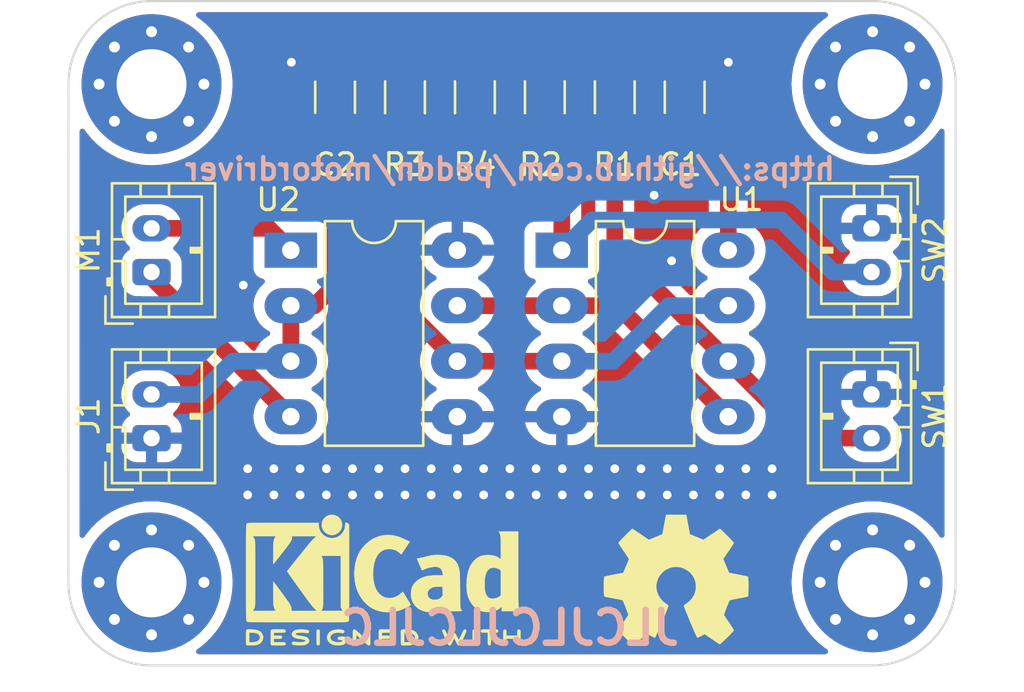
<source format=kicad_pcb>
(kicad_pcb (version 20211014) (generator pcbnew)
  (layers (0 "F.Cu" signal) (31 "B.Cu" signal) (34 "B.Paste" user) (35 "F.Paste" user) (36 "B.SilkS" user "B.Silkscreen") (37 "F.SilkS" user "F.Silkscreen") (38 "B.Mask" user) (39 "F.Mask" user) (44 "Edge.Cuts" user))
  (net 0 "")
  (net 1 "+BATT")
  (net 2 "GND")
  (net 3 "Net-(M1-Pad1)")
  (net 4 "Net-(M1-Pad2)")
  (net 5 "Net-(R1-Pad2)")
  (net 6 "Net-(R2-Pad2)")
  (net 7 "Net-(R3-Pad2)")
  (net 8 "Net-(R4-Pad2)")
  (footprint "Symbol:OSHW-Symbol_6.7x6mm_SilkScreen" (layer "F.Cu") (at 147.4 114.4)
    (fp_text reference "REF**" hide)
    (fp_text value "OSHW-Symbol_6.7x6mm_SilkScreen" hide)
  )
  (footprint "Symbol:KiCad-Logo2_5mm_SilkScreen" (layer "F.Cu") (at 134 114.4)
    (fp_text reference "REF**" hide)
    (fp_text value "KiCad-Logo2_5mm_SilkScreen" hide)
  )
  (footprint "Connector_JST:JST_PH_B2B-PH-K_1x02_P2.00mm_Vertical" (layer "F.Cu") (at 156.35 105.915 -90)
    (fp_text reference "SW1" (at 1 -2.9 90) (layer "F.SilkS"))
    (fp_text value "TASTER_01")
    (pad "1" thru_hole roundrect (at 0 0 270) (size 1.2 1.75) (drill 0.75) (layers *.Cu *.Mask) (roundrect_rratio 0.2083333333) (net 2 "GND"))
    (pad "2" thru_hole oval (at 2 0 270) (size 1.2 1.75) (drill 0.75) (layers *.Cu *.Mask) (net 5 "Net-(R1-Pad2)"))
  )
  (footprint "Resistor_SMD:R_1206_3216Metric" (layer "F.Cu") (at 135 92.315 -90)
    (fp_text reference "R3" (at 3.085 0 180) (layer "F.SilkS"))
    (fp_text value "1k")
    (pad "1" smd roundrect (at -1.4625 0 270) (size 1.125 1.75) (layers "F.Cu" "F.Paste" "F.Mask") (roundrect_rratio 0.2222222222) (net 1 "+BATT"))
    (pad "2" smd roundrect (at 1.4625 0 270) (size 1.125 1.75) (layers "F.Cu" "F.Paste" "F.Mask") (roundrect_rratio 0.2222222222) (net 7 "Net-(R3-Pad2)"))
  )
  (footprint "Package_DIP:DIP-8_W7.62mm_LongPads" (layer "F.Cu") (at 142.175 99.315)
    (fp_text reference "U1" (at 8.225 -2.315) (layer "F.SilkS"))
    (fp_text value "CD40107BE")
    (pad "1" thru_hole rect (at 0 0) (size 2.4 1.6) (drill 0.8) (layers *.Cu *.Mask) (net 6 "Net-(R2-Pad2)"))
    (pad "2" thru_hole oval (at 0 2.54) (size 2.4 1.6) (drill 0.8) (layers *.Cu *.Mask) (net 8 "Net-(R4-Pad2)"))
    (pad "3" thru_hole oval (at 0 5.08) (size 2.4 1.6) (drill 0.8) (layers *.Cu *.Mask) (net 7 "Net-(R3-Pad2)"))
    (pad "4" thru_hole oval (at 0 7.62) (size 2.4 1.6) (drill 0.8) (layers *.Cu *.Mask) (net 2 "GND"))
    (pad "5" thru_hole oval (at 7.62 7.62) (size 2.4 1.6) (drill 0.8) (layers *.Cu *.Mask) (net 8 "Net-(R4-Pad2)"))
    (pad "6" thru_hole oval (at 7.62 5.08) (size 2.4 1.6) (drill 0.8) (layers *.Cu *.Mask) (net 5 "Net-(R1-Pad2)"))
    (pad "7" thru_hole oval (at 7.62 2.54) (size 2.4 1.6) (drill 0.8) (layers *.Cu *.Mask) (net 7 "Net-(R3-Pad2)"))
    (pad "8" thru_hole oval (at 7.62 0) (size 2.4 1.6) (drill 0.8) (layers *.Cu *.Mask) (net 1 "+BATT"))
  )
  (footprint "MountingHole:MountingHole_3.2mm_M3_Pad_Via" (layer "F.Cu") (at 156.4 114.515)
    (fp_text reference "H3" hide)
    (fp_text value "MountingHole_Pad")
    (pad "1" thru_hole circle (at 2.4 0) (size 0.8 0.8) (drill 0.5) (layers *.Cu *.Mask))
    (pad "1" thru_hole circle (at 0 0) (size 6.4 6.4) (drill 3.2) (layers *.Cu *.Mask))
    (pad "1" thru_hole circle (at 1.697056 -1.697056) (size 0.8 0.8) (drill 0.5) (layers *.Cu *.Mask))
    (pad "1" thru_hole circle (at -2.4 0) (size 0.8 0.8) (drill 0.5) (layers *.Cu *.Mask))
    (pad "1" thru_hole circle (at 0 2.4) (size 0.8 0.8) (drill 0.5) (layers *.Cu *.Mask))
    (pad "1" thru_hole circle (at -1.697056 1.697056) (size 0.8 0.8) (drill 0.5) (layers *.Cu *.Mask))
    (pad "1" thru_hole circle (at -1.697056 -1.697056) (size 0.8 0.8) (drill 0.5) (layers *.Cu *.Mask))
    (pad "1" thru_hole circle (at 0 -2.4) (size 0.8 0.8) (drill 0.5) (layers *.Cu *.Mask))
    (pad "1" thru_hole circle (at 1.697056 1.697056) (size 0.8 0.8) (drill 0.5) (layers *.Cu *.Mask))
  )
  (footprint "Connector_JST:JST_PH_B2B-PH-K_1x02_P2.00mm_Vertical" (layer "F.Cu") (at 123.4 100.315 90)
    (fp_text reference "M1" (at 1 -2.9 90) (layer "F.SilkS"))
    (fp_text value "Motor_DC")
    (pad "1" thru_hole roundrect (at 0 0 90) (size 1.2 1.75) (drill 0.75) (layers *.Cu *.Mask) (roundrect_rratio 0.2083333333) (net 3 "Net-(M1-Pad1)"))
    (pad "2" thru_hole oval (at 2 0 90) (size 1.2 1.75) (drill 0.75) (layers *.Cu *.Mask) (net 4 "Net-(M1-Pad2)"))
  )
  (footprint "MountingHole:MountingHole_3.2mm_M3_Pad_Via" (layer "F.Cu") (at 156.4 91.715)
    (fp_text reference "H4" hide)
    (fp_text value "MountingHole_Pad")
    (pad "1" thru_hole circle (at 1.697056 1.697056) (size 0.8 0.8) (drill 0.5) (layers *.Cu *.Mask))
    (pad "1" thru_hole circle (at 0 -2.4) (size 0.8 0.8) (drill 0.5) (layers *.Cu *.Mask))
    (pad "1" thru_hole circle (at -1.697056 -1.697056) (size 0.8 0.8) (drill 0.5) (layers *.Cu *.Mask))
    (pad "1" thru_hole circle (at -2.4 0) (size 0.8 0.8) (drill 0.5) (layers *.Cu *.Mask))
    (pad "1" thru_hole circle (at -1.697056 1.697056) (size 0.8 0.8) (drill 0.5) (layers *.Cu *.Mask))
    (pad "1" thru_hole circle (at 0 0) (size 6.4 6.4) (drill 3.2) (layers *.Cu *.Mask))
    (pad "1" thru_hole circle (at 0 2.4) (size 0.8 0.8) (drill 0.5) (layers *.Cu *.Mask))
    (pad "1" thru_hole circle (at 1.697056 -1.697056) (size 0.8 0.8) (drill 0.5) (layers *.Cu *.Mask))
    (pad "1" thru_hole circle (at 2.4 0) (size 0.8 0.8) (drill 0.5) (layers *.Cu *.Mask))
  )
  (footprint "Resistor_SMD:R_1206_3216Metric" (layer "F.Cu") (at 138.2 92.315 -90)
    (fp_text reference "R4" (at 3.085 0 180) (layer "F.SilkS"))
    (fp_text value "1k")
    (pad "1" smd roundrect (at -1.4625 0 270) (size 1.125 1.75) (layers "F.Cu" "F.Paste" "F.Mask") (roundrect_rratio 0.2222222222) (net 1 "+BATT"))
    (pad "2" smd roundrect (at 1.4625 0 270) (size 1.125 1.75) (layers "F.Cu" "F.Paste" "F.Mask") (roundrect_rratio 0.2222222222) (net 8 "Net-(R4-Pad2)"))
  )
  (footprint "Capacitor_SMD:C_1206_3216Metric" (layer "F.Cu") (at 131.8 92.315 90)
    (fp_text reference "C2" (at -3.085 0 180) (layer "F.SilkS"))
    (fp_text value "0.1u")
    (pad "1" smd roundrect (at -1.475 0 90) (size 1.15 1.8) (layers "F.Cu" "F.Paste" "F.Mask") (roundrect_rratio 0.2173913043) (net 1 "+BATT"))
    (pad "2" smd roundrect (at 1.475 0 90) (size 1.15 1.8) (layers "F.Cu" "F.Paste" "F.Mask") (roundrect_rratio 0.2173913043) (net 2 "GND"))
  )
  (footprint "Package_DIP:DIP-8_W7.62mm_LongPads" (layer "F.Cu") (at 129.775 99.315)
    (fp_text reference "U2" (at -0.575 -2.315) (layer "F.SilkS"))
    (fp_text value "L9110")
    (pad "1" thru_hole rect (at 0 0) (size 2.4 1.6) (drill 0.8) (layers *.Cu *.Mask) (net 4 "Net-(M1-Pad2)"))
    (pad "2" thru_hole oval (at 0 2.54) (size 2.4 1.6) (drill 0.8) (layers *.Cu *.Mask) (net 1 "+BATT"))
    (pad "3" thru_hole oval (at 0 5.08) (size 2.4 1.6) (drill 0.8) (layers *.Cu *.Mask) (net 1 "+BATT"))
    (pad "4" thru_hole oval (at 0 7.62) (size 2.4 1.6) (drill 0.8) (layers *.Cu *.Mask) (net 3 "Net-(M1-Pad1)"))
    (pad "5" thru_hole oval (at 7.62 7.62) (size 2.4 1.6) (drill 0.8) (layers *.Cu *.Mask) (net 2 "GND"))
    (pad "6" thru_hole oval (at 7.62 5.08) (size 2.4 1.6) (drill 0.8) (layers *.Cu *.Mask) (net 7 "Net-(R3-Pad2)"))
    (pad "7" thru_hole oval (at 7.62 2.54) (size 2.4 1.6) (drill 0.8) (layers *.Cu *.Mask) (net 8 "Net-(R4-Pad2)"))
    (pad "8" thru_hole oval (at 7.62 0) (size 2.4 1.6) (drill 0.8) (layers *.Cu *.Mask) (net 2 "GND"))
  )
  (footprint "Resistor_SMD:R_1206_3216Metric" (layer "F.Cu") (at 141.4 92.315 -90)
    (fp_text reference "R2" (at 3.085 0.2 180) (layer "F.SilkS"))
    (fp_text value "10k")
    (pad "1" smd roundrect (at -1.4625 0 270) (size 1.125 1.75) (layers "F.Cu" "F.Paste" "F.Mask") (roundrect_rratio 0.2222222222) (net 1 "+BATT"))
    (pad "2" smd roundrect (at 1.4625 0 270) (size 1.125 1.75) (layers "F.Cu" "F.Paste" "F.Mask") (roundrect_rratio 0.2222222222) (net 6 "Net-(R2-Pad2)"))
  )
  (footprint "Connector_JST:JST_PH_B2B-PH-K_1x02_P2.00mm_Vertical" (layer "F.Cu") (at 156.35 98.315 -90)
    (fp_text reference "SW2" (at 1 -2.9 90) (layer "F.SilkS"))
    (fp_text value "TASTER_02")
    (pad "1" thru_hole roundrect (at 0 0 270) (size 1.2 1.75) (drill 0.75) (layers *.Cu *.Mask) (roundrect_rratio 0.2083333333) (net 2 "GND"))
    (pad "2" thru_hole oval (at 2 0 270) (size 1.2 1.75) (drill 0.75) (layers *.Cu *.Mask) (net 6 "Net-(R2-Pad2)"))
  )
  (footprint "MountingHole:MountingHole_3.2mm_M3_Pad_Via" (layer "F.Cu") (at 123.4 114.515)
    (fp_text reference "H2" hide)
    (fp_text value "MountingHole_Pad")
    (pad "1" thru_hole circle (at 0 2.4) (size 0.8 0.8) (drill 0.5) (layers *.Cu *.Mask))
    (pad "1" thru_hole circle (at -2.4 0) (size 0.8 0.8) (drill 0.5) (layers *.Cu *.Mask))
    (pad "1" thru_hole circle (at 1.697056 1.697056) (size 0.8 0.8) (drill 0.5) (layers *.Cu *.Mask))
    (pad "1" thru_hole circle (at 2.4 0) (size 0.8 0.8) (drill 0.5) (layers *.Cu *.Mask))
    (pad "1" thru_hole circle (at 0 -2.4) (size 0.8 0.8) (drill 0.5) (layers *.Cu *.Mask))
    (pad "1" thru_hole circle (at -1.697056 1.697056) (size 0.8 0.8) (drill 0.5) (layers *.Cu *.Mask))
    (pad "1" thru_hole circle (at 1.697056 -1.697056) (size 0.8 0.8) (drill 0.5) (layers *.Cu *.Mask))
    (pad "1" thru_hole circle (at 0 0) (size 6.4 6.4) (drill 3.2) (layers *.Cu *.Mask))
    (pad "1" thru_hole circle (at -1.697056 -1.697056) (size 0.8 0.8) (drill 0.5) (layers *.Cu *.Mask))
  )
  (footprint "Capacitor_SMD:C_1206_3216Metric" (layer "F.Cu") (at 147.8 92.315 90)
    (fp_text reference "C1" (at -3.085 -0.2 180) (layer "F.SilkS"))
    (fp_text value "0.1u")
    (pad "1" smd roundrect (at -1.475 0 90) (size 1.15 1.8) (layers "F.Cu" "F.Paste" "F.Mask") (roundrect_rratio 0.2173913043) (net 1 "+BATT"))
    (pad "2" smd roundrect (at 1.475 0 90) (size 1.15 1.8) (layers "F.Cu" "F.Paste" "F.Mask") (roundrect_rratio 0.2173913043) (net 2 "GND"))
  )
  (footprint "Connector_JST:JST_PH_B2B-PH-K_1x02_P2.00mm_Vertical" (layer "F.Cu") (at 123.4 107.915 90)
    (fp_text reference "J1" (at 1 -2.9 90) (layer "F.SilkS"))
    (fp_text value "POWER")
    (pad "1" thru_hole roundrect (at 0 0 90) (size 1.2 1.75) (drill 0.75) (layers *.Cu *.Mask) (roundrect_rratio 0.2083333333) (net 2 "GND"))
    (pad "2" thru_hole oval (at 2 0 90) (size 1.2 1.75) (drill 0.75) (layers *.Cu *.Mask) (net 1 "+BATT"))
  )
  (footprint "Resistor_SMD:R_1206_3216Metric" (layer "F.Cu") (at 144.6 92.315 -90)
    (fp_text reference "R1" (at 3.085 0 180) (layer "F.SilkS"))
    (fp_text value "10k")
    (pad "1" smd roundrect (at -1.4625 0 270) (size 1.125 1.75) (layers "F.Cu" "F.Paste" "F.Mask") (roundrect_rratio 0.2222222222) (net 1 "+BATT"))
    (pad "2" smd roundrect (at 1.4625 0 270) (size 1.125 1.75) (layers "F.Cu" "F.Paste" "F.Mask") (roundrect_rratio 0.2222222222) (net 5 "Net-(R1-Pad2)"))
  )
  (footprint "MountingHole:MountingHole_3.2mm_M3_Pad_Via" (layer "F.Cu") (at 123.4 91.715)
    (fp_text reference "H1" hide)
    (fp_text value "MountingHole_Pad")
    (pad "1" thru_hole circle (at 1.697056 1.697056) (size 0.8 0.8) (drill 0.5) (layers *.Cu *.Mask))
    (pad "1" thru_hole circle (at -1.697056 1.697056) (size 0.8 0.8) (drill 0.5) (layers *.Cu *.Mask))
    (pad "1" thru_hole circle (at 0 0) (size 6.4 6.4) (drill 3.2) (layers *.Cu *.Mask))
    (pad "1" thru_hole circle (at -1.697056 -1.697056) (size 0.8 0.8) (drill 0.5) (layers *.Cu *.Mask))
    (pad "1" thru_hole circle (at 1.697056 -1.697056) (size 0.8 0.8) (drill 0.5) (layers *.Cu *.Mask))
    (pad "1" thru_hole circle (at 0 2.4) (size 0.8 0.8) (drill 0.5) (layers *.Cu *.Mask))
    (pad "1" thru_hole circle (at 2.4 0) (size 0.8 0.8) (drill 0.5) (layers *.Cu *.Mask))
    (pad "1" thru_hole circle (at 0 -2.4) (size 0.8 0.8) (drill 0.5) (layers *.Cu *.Mask))
    (pad "1" thru_hole circle (at -2.4 0) (size 0.8 0.8) (drill 0.5) (layers *.Cu *.Mask))
  )
  (gr_arc (start 160.2 114.515) (mid 159.087006 117.202006) (end 156.4 118.315) (layer "Edge.Cuts") (width 0.1))
  (gr_arc (start 123.2 118.314999) (mid 120.639471 117.134059) (end 119.594741 114.515) (layer "Edge.Cuts") (width 0.1))
  (gr_line (start 160.2 91.715) (end 160.2 114.515) (layer "Edge.Cuts") (width 0.1))
  (gr_line (start 156.4 118.315) (end 123.2 118.314999) (layer "Edge.Cuts") (width 0.1))
  (gr_arc (start 119.6 91.715) (mid 120.712994 89.027994) (end 123.4 87.915) (layer "Edge.Cuts") (width 0.1))
  (gr_line (start 119.594741 114.515) (end 119.6 91.715) (layer "Edge.Cuts") (width 0.1))
  (gr_arc (start 156.4 87.915) (mid 159.087006 89.027994) (end 160.2 91.715) (layer "Edge.Cuts") (width 0.1))
  (gr_line (start 123.4 87.915) (end 156.4 87.915) (layer "Edge.Cuts") (width 0.1))
  (gr_text "JLCJLCJLCJLC" (at 139.8 116.6) (layer "B.SilkS") (effects (font (size 1.5 1.5) (thickness 0.3)) (justify mirror)))
  (gr_text "https://github.com/peddn/motordriver" (at 139.8 95.6) (layer "B.SilkS") (effects (font (size 1 1) (thickness 0.2)) (justify mirror)))
  (segment (start 147.8 93.79) (end 147.5375 93.79) (width 0.762) (layer "F.Cu") (net 1))
  (segment (start 131.8 93.79) (end 131.8 100.915) (width 0.762) (layer "F.Cu") (net 1))
  (segment (start 132.0625 93.79) (end 135 90.8525) (width 0.762) (layer "F.Cu") (net 1))
  (segment (start 129.775 104.395) (end 129.775 101.855) (width 0.762) (layer "F.Cu") (net 1))
  (segment (start 149.795 95.785) (end 147.8 93.79) (width 0.762) (layer "F.Cu") (net 1))
  (segment (start 131.8 100.915) (end 130.86 101.855) (width 0.762) (layer "F.Cu") (net 1))
  (segment (start 149.795 99.315) (end 149.795 95.785) (width 0.762) (layer "F.Cu") (net 1))
  (segment (start 147.5375 93.79) (end 144.6 90.8525) (width 0.762) (layer "F.Cu") (net 1))
  (segment (start 138.2 90.8525) (end 141.4 90.8525) (width 0.762) (layer "F.Cu") (net 1))
  (segment (start 141.4 90.8525) (end 144.6 90.8525) (width 0.762) (layer "F.Cu") (net 1))
  (segment (start 135 90.8525) (end 138.2 90.8525) (width 0.762) (layer "F.Cu") (net 1))
  (segment (start 130.86 101.855) (end 129.775 101.855) (width 0.762) (layer "F.Cu") (net 1))
  (segment (start 131.8 93.79) (end 132.0625 93.79) (width 0.762) (layer "F.Cu") (net 1))
  (segment (start 127.12 104.395) (end 129.775 104.395) (width 0.762) (layer "B.Cu") (net 1))
  (segment (start 125.6 105.915) (end 127.12 104.395) (width 0.762) (layer "B.Cu") (net 1))
  (segment (start 123.4 105.915) (end 125.6 105.915) (width 0.762) (layer "B.Cu") (net 1))
  (via (at 151.8 109.315) (size 0.8) (drill 0.4) (layers "F.Cu" "B.Cu") (net 2))
  (via (at 136.2 110.515) (size 0.8) (drill 0.4) (layers "F.Cu" "B.Cu") (net 2))
  (via (at 135 109.315) (size 0.8) (drill 0.4) (layers "F.Cu" "B.Cu") (net 2))
  (via (at 148.2 110.515) (size 0.8) (drill 0.4) (layers "F.Cu" "B.Cu") (net 2))
  (via (at 151.8 110.515) (size 0.8) (drill 0.4) (layers "F.Cu" "B.Cu") (net 2))
  (via (at 150.6 109.315) (size 0.8) (drill 0.4) (layers "F.Cu" "B.Cu") (net 2))
  (via (at 135 110.515) (size 0.8) (drill 0.4) (layers "F.Cu" "B.Cu") (net 2))
  (via (at 129 109.315) (size 0.8) (drill 0.4) (layers "F.Cu" "B.Cu") (net 2))
  (via (at 130.2 110.515) (size 0.8) (drill 0.4) (layers "F.Cu" "B.Cu") (net 2))
  (via (at 138.6 109.315) (size 0.8) (drill 0.4) (layers "F.Cu" "B.Cu") (net 2))
  (via (at 132.6 109.315) (size 0.8) (drill 0.4) (layers "F.Cu" "B.Cu") (net 2))
  (via (at 130.2 109.315) (size 0.8) (drill 0.4) (layers "F.Cu" "B.Cu") (net 2))
  (via (at 131.4 109.315) (size 0.8) (drill 0.4) (layers "F.Cu" "B.Cu") (net 2))
  (via (at 147.2 99.8) (size 0.8) (drill 0.4) (layers "F.Cu" "B.Cu") (net 2))
  (via (at 144.6 110.515) (size 0.8) (drill 0.4) (layers "F.Cu" "B.Cu") (net 2))
  (via (at 136.2 109.315) (size 0.8) (drill 0.4) (layers "F.Cu" "B.Cu") (net 2))
  (via (at 137.4 110.515) (size 0.8) (drill 0.4) (layers "F.Cu" "B.Cu") (net 2))
  (via (at 147 109.315) (size 0.8) (drill 0.4) (layers "F.Cu" "B.Cu") (net 2))
  (via (at 149.4 109.315) (size 0.8) (drill 0.4) (layers "F.Cu" "B.Cu") (net 2))
  (via (at 127.8 110.515) (size 0.8) (drill 0.4) (layers "F.Cu" "B.Cu") (net 2))
  (via (at 144.6 109.315) (size 0.8) (drill 0.4) (layers "F.Cu" "B.Cu") (net 2))
  (via (at 133.8 109.315) (size 0.8) (drill 0.4) (layers "F.Cu" "B.Cu") (net 2))
  (via (at 132.6 110.515) (size 0.8) (drill 0.4) (layers "F.Cu" "B.Cu") (net 2))
  (via (at 142.2 109.315) (size 0.8) (drill 0.4) (layers "F.Cu" "B.Cu") (net 2))
  (via (at 150.6 110.515) (size 0.8) (drill 0.4) (layers "F.Cu" "B.Cu") (net 2))
  (via (at 143.4 110.515) (size 0.8) (drill 0.4) (layers "F.Cu" "B.Cu") (net 2))
  (via (at 139.8 110.515) (size 0.8) (drill 0.4) (layers "F.Cu" "B.Cu") (net 2))
  (via (at 139.8 109.315) (size 0.8) (drill 0.4) (layers "F.Cu" "B.Cu") (net 2))
  (via (at 146.4 96.8) (size 0.8) (drill 0.4) (layers "F.Cu" "B.Cu") (net 2))
  (via (at 147 110.515) (size 0.8) (drill 0.4) (layers "F.Cu" "B.Cu") (net 2))
  (via (at 149.8 90.715) (size 0.8) (drill 0.4) (layers "F.Cu" "B.Cu") (net 2))
  (via (at 141 109.315) (size 0.8) (drill 0.4) (layers "F.Cu" "B.Cu") (net 2))
  (via (at 133.8 110.515) (size 0.8) (drill 0.4) (layers "F.Cu" "B.Cu") (net 2))
  (via (at 145.8 110.515) (size 0.8) (drill 0.4) (layers "F.Cu" "B.Cu") (net 2))
  (via (at 129.8 90.715) (size 0.8) (drill 0.4) (layers "F.Cu" "B.Cu") (net 2))
  (via (at 131.4 110.515) (size 0.8) (drill 0.4) (layers "F.Cu" "B.Cu") (net 2))
  (via (at 143.4 109.315) (size 0.8) (drill 0.4) (layers "F.Cu" "B.Cu") (net 2))
  (via (at 138.6 110.515) (size 0.8) (drill 0.4) (layers "F.Cu" "B.Cu") (net 2))
  (via (at 127.6 100.915) (size 0.8) (drill 0.4) (layers "F.Cu" "B.Cu") (net 2))
  (via (at 141 110.515) (size 0.8) (drill 0.4) (layers "F.Cu" "B.Cu") (net 2))
  (via (at 129 110.515) (size 0.8) (drill 0.4) (layers "F.Cu" "B.Cu") (net 2))
  (via (at 148.2 109.315) (size 0.8) (drill 0.4) (layers "F.Cu" "B.Cu") (net 2))
  (via (at 137.4 109.315) (size 0.8) (drill 0.4) (layers "F.Cu" "B.Cu") (net 2))
  (via (at 127.8 109.315) (size 0.8) (drill 0.4) (layers "F.Cu" "B.Cu") (net 2))
  (via (at 145.8 109.315) (size 0.8) (drill 0.4) (layers "F.Cu" "B.Cu") (net 2))
  (via (at 142.2 110.515) (size 0.8) (drill 0.4) (layers "F.Cu" "B.Cu") (net 2))
  (via (at 149.4 110.515) (size 0.8) (drill 0.4) (layers "F.Cu" "B.Cu") (net 2))
  (segment (start 123.4 100.56) (end 129.775 106.935) (width 0.762) (layer "F.Cu") (net 3))
  (segment (start 123.4 100.315) (end 123.4 100.56) (width 0.762) (layer "F.Cu") (net 3))
  (segment (start 128.775 98.315) (end 129.775 99.315) (width 0.762) (layer "F.Cu") (net 4))
  (segment (start 123.4 98.315) (end 128.775 98.315) (width 0.762) (layer "F.Cu") (net 4))
  (segment (start 149.795 104.395) (end 153.315 107.915) (width 0.762) (layer "F.Cu") (net 5))
  (segment (start 153.315 107.915) (end 156.35 107.915) (width 0.762) (layer "F.Cu") (net 5))
  (segment (start 144.6 93.7775) (end 144.6 99.2) (width 0.762) (layer "F.Cu") (net 5))
  (segment (start 144.6 99.2) (end 149.795 104.395) (width 0.762) (layer "F.Cu") (net 5))
  (segment (start 141.4 96.115) (end 141.4 93.7775) (width 0.762) (layer "F.Cu") (net 6))
  (segment (start 142.175 96.89) (end 141.4 96.115) (width 0.762) (layer "F.Cu") (net 6))
  (segment (start 142.175 99.315) (end 142.175 96.89) (width 0.762) (layer "F.Cu") (net 6))
  (segment (start 154.6 100.315) (end 156.35 100.315) (width 0.762) (layer "B.Cu") (net 6))
  (segment (start 142.175 99.315) (end 143.556 97.934) (width 0.762) (layer "B.Cu") (net 6))
  (segment (start 143.556 97.934) (end 152.219 97.934) (width 0.762) (layer "B.Cu") (net 6))
  (segment (start 152.219 97.934) (end 154.6 100.315) (width 0.762) (layer "B.Cu") (net 6))
  (segment (start 135 102) (end 137.395 104.395) (width 0.762) (layer "F.Cu") (net 7))
  (segment (start 137.395 104.395) (end 142.175 104.395) (width 0.762) (layer "F.Cu") (net 7))
  (segment (start 135 93.7775) (end 135 102) (width 0.762) (layer "F.Cu") (net 7))
  (segment (start 144.52 104.395) (end 147.06 101.855) (width 0.762) (layer "B.Cu") (net 7))
  (segment (start 147.06 101.855) (end 149.795 101.855) (width 0.762) (layer "B.Cu") (net 7))
  (segment (start 142.175 104.395) (end 144.52 104.395) (width 0.762) (layer "B.Cu") (net 7))
  (segment (start 144.715 101.855) (end 149.795 106.935) (width 0.762) (layer "F.Cu") (net 8))
  (segment (start 139.8 101.715) (end 139.94 101.855) (width 0.762) (layer "F.Cu") (net 8))
  (segment (start 138.2 96.115) (end 139.8 97.715) (width 0.762) (layer "F.Cu") (net 8))
  (segment (start 137.395 101.855) (end 139.94 101.855) (width 0.762) (layer "F.Cu") (net 8))
  (segment (start 139.8 97.715) (end 139.8 101.715) (width 0.762) (layer "F.Cu") (net 8))
  (segment (start 139.94 101.855) (end 142.175 101.855) (width 0.762) (layer "F.Cu") (net 8))
  (segment (start 142.175 101.855) (end 144.715 101.855) (width 0.762) (layer "F.Cu") (net 8))
  (segment (start 138.2 93.7775) (end 138.2 96.115) (width 0.762) (layer "F.Cu") (net 8))
  (zone (net 2) (net_name "GND") (layer "F.Cu") (connect_pads (clearance 0.508)) (min_thickness 0.254) (fill yes (thermal_gap 0.508) (thermal_bridge_width 0.508))
    (polygon (pts (xy 160.2 118.315) (xy 119.6 118.315) (xy 119.6 87.915) (xy 160.2 87.915)))
  )
  (zone (net 2) (net_name "GND") (layer "B.Cu") (connect_pads (clearance 0.508)) (min_thickness 0.254) (fill yes (thermal_gap 0.508) (thermal_bridge_width 0.508))
    (polygon (pts (xy 160.2 118.315) (xy 119.6 118.315) (xy 119.6 87.915) (xy 160.2 87.915)))
  )
)
</source>
